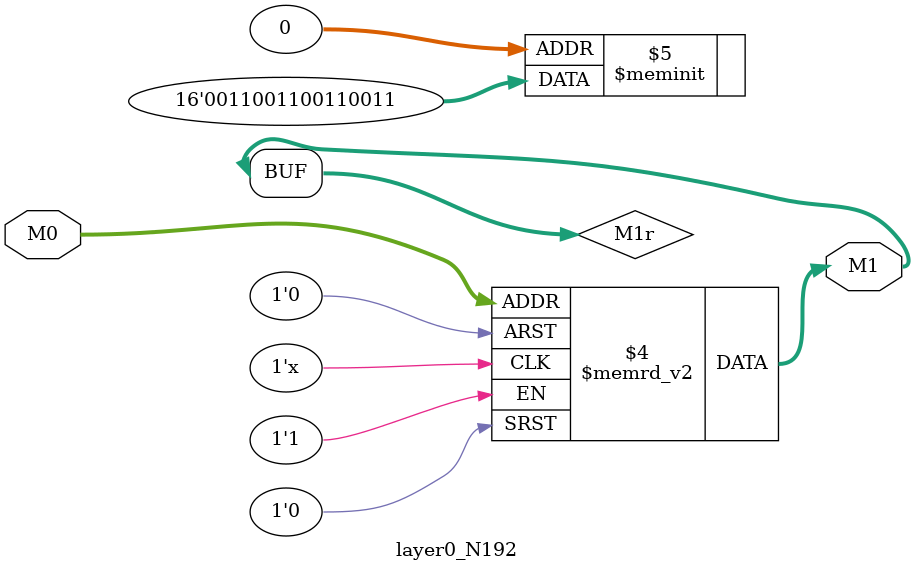
<source format=v>
module layer0_N192 ( input [2:0] M0, output [1:0] M1 );

	(*rom_style = "distributed" *) reg [1:0] M1r;
	assign M1 = M1r;
	always @ (M0) begin
		case (M0)
			3'b000: M1r = 2'b11;
			3'b100: M1r = 2'b11;
			3'b010: M1r = 2'b11;
			3'b110: M1r = 2'b11;
			3'b001: M1r = 2'b00;
			3'b101: M1r = 2'b00;
			3'b011: M1r = 2'b00;
			3'b111: M1r = 2'b00;

		endcase
	end
endmodule

</source>
